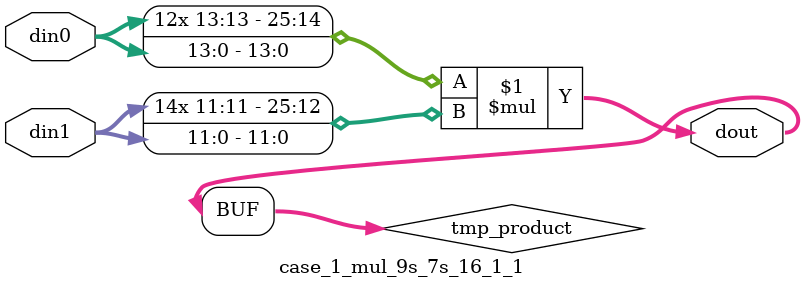
<source format=v>

`timescale 1 ns / 1 ps

 (* use_dsp = "no" *)  module case_1_mul_9s_7s_16_1_1(din0, din1, dout);
parameter ID = 1;
parameter NUM_STAGE = 0;
parameter din0_WIDTH = 14;
parameter din1_WIDTH = 12;
parameter dout_WIDTH = 26;

input [din0_WIDTH - 1 : 0] din0; 
input [din1_WIDTH - 1 : 0] din1; 
output [dout_WIDTH - 1 : 0] dout;

wire signed [dout_WIDTH - 1 : 0] tmp_product;



























assign tmp_product = $signed(din0) * $signed(din1);








assign dout = tmp_product;





















endmodule

</source>
